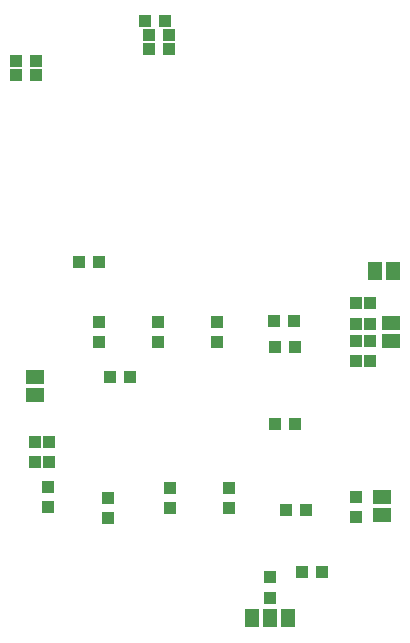
<source format=gbp>
G04 EAGLE Gerber RS-274X export*
G75*
%MOMM*%
%FSLAX34Y34*%
%LPD*%
%INSolderpaste Bottom*%
%IPPOS*%
%AMOC8*
5,1,8,0,0,1.08239X$1,22.5*%
G01*
%ADD10R,1.600200X1.168400*%
%ADD11R,1.000000X1.100000*%
%ADD12R,1.100000X1.000000*%
%ADD13R,1.168400X1.600200*%


D10*
X1215000Y1068620D03*
X1215000Y1053380D03*
X1223000Y1200380D03*
X1223000Y1215620D03*
D11*
X1193000Y1068500D03*
X1193000Y1051500D03*
X1193000Y1215500D03*
X1193000Y1232500D03*
X1205000Y1215500D03*
X1205000Y1232500D03*
X1193000Y1200500D03*
X1193000Y1183500D03*
X1205000Y1200500D03*
X1205000Y1183500D03*
D12*
X1141500Y1130500D03*
X1124500Y1130500D03*
X1141500Y1195500D03*
X1124500Y1195500D03*
X1140500Y1218000D03*
X1123500Y1218000D03*
D11*
X1075500Y1216500D03*
X1075500Y1199500D03*
X1025500Y1216500D03*
X1025500Y1199500D03*
X975500Y1216500D03*
X975500Y1199500D03*
D12*
X984500Y1170500D03*
X1001500Y1170500D03*
D11*
X983000Y1050500D03*
X983000Y1067500D03*
X1035500Y1059500D03*
X1035500Y1076500D03*
X1085500Y1059500D03*
X1085500Y1076500D03*
D12*
X1150500Y1058000D03*
X1133500Y1058000D03*
D10*
X921000Y1155380D03*
X921000Y1170620D03*
D11*
X933000Y1115500D03*
X933000Y1098500D03*
X921000Y1115500D03*
X921000Y1098500D03*
X932000Y1060500D03*
X932000Y1077500D03*
D12*
X975500Y1268000D03*
X958500Y1268000D03*
D11*
X1147000Y1005500D03*
X1164000Y1005500D03*
D13*
X1104760Y966000D03*
X1120000Y966000D03*
X1135240Y966000D03*
D12*
X1120000Y983500D03*
X1120000Y1000500D03*
X922500Y1426000D03*
X905500Y1426000D03*
X1014500Y1472000D03*
X1031500Y1472000D03*
X922500Y1438000D03*
X905500Y1438000D03*
X1017500Y1448000D03*
X1034500Y1448000D03*
X1017500Y1460000D03*
X1034500Y1460000D03*
D13*
X1224620Y1260000D03*
X1209380Y1260000D03*
M02*

</source>
